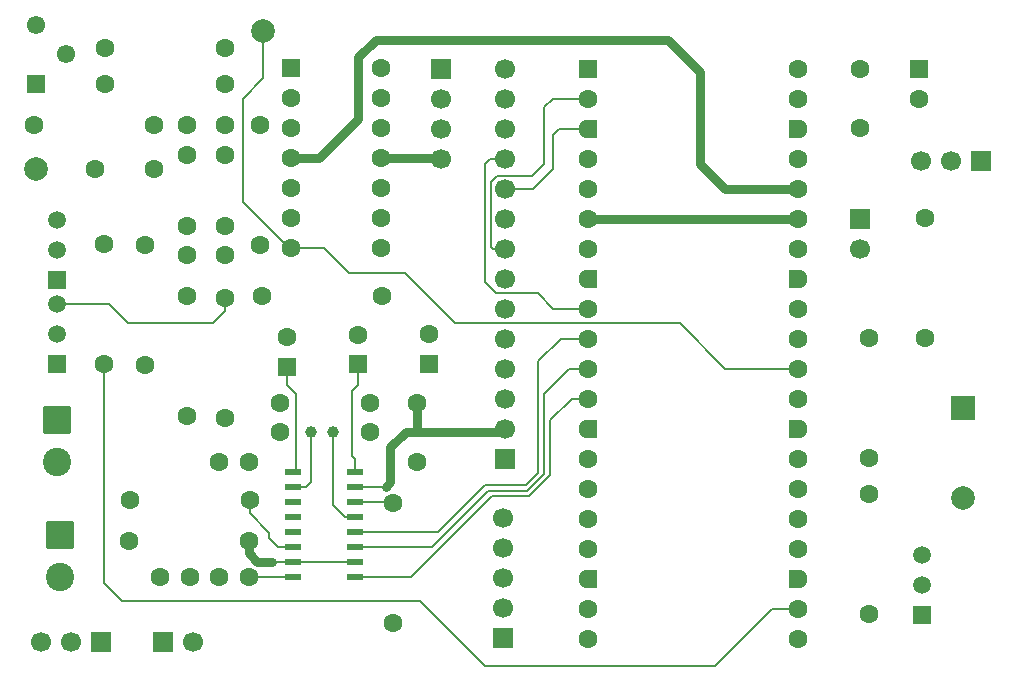
<source format=gbr>
%TF.GenerationSoftware,KiCad,Pcbnew,9.0.7*%
%TF.CreationDate,2026-01-28T19:42:25+01:00*%
%TF.ProjectId,pico-radio-9-k_toldalas,7069636f-2d72-4616-9469-6f2d392d6be9,rev?*%
%TF.SameCoordinates,Original*%
%TF.FileFunction,Copper,L1,Top*%
%TF.FilePolarity,Positive*%
%FSLAX46Y46*%
G04 Gerber Fmt 4.6, Leading zero omitted, Abs format (unit mm)*
G04 Created by KiCad (PCBNEW 9.0.7) date 2026-01-28 19:42:25*
%MOMM*%
%LPD*%
G01*
G04 APERTURE LIST*
G04 Aperture macros list*
%AMRoundRect*
0 Rectangle with rounded corners*
0 $1 Rounding radius*
0 $2 $3 $4 $5 $6 $7 $8 $9 X,Y pos of 4 corners*
0 Add a 4 corners polygon primitive as box body*
4,1,4,$2,$3,$4,$5,$6,$7,$8,$9,$2,$3,0*
0 Add four circle primitives for the rounded corners*
1,1,$1+$1,$2,$3*
1,1,$1+$1,$4,$5*
1,1,$1+$1,$6,$7*
1,1,$1+$1,$8,$9*
0 Add four rect primitives between the rounded corners*
20,1,$1+$1,$2,$3,$4,$5,0*
20,1,$1+$1,$4,$5,$6,$7,0*
20,1,$1+$1,$6,$7,$8,$9,0*
20,1,$1+$1,$8,$9,$2,$3,0*%
%AMFreePoly0*
4,1,37,0.603843,0.796157,0.639018,0.796157,0.711114,0.766294,0.766294,0.711114,0.796157,0.639018,0.796157,0.603843,0.800000,0.600000,0.800000,-0.600000,0.796157,-0.603843,0.796157,-0.639018,0.766294,-0.711114,0.711114,-0.766294,0.639018,-0.796157,0.603843,-0.796157,0.600000,-0.800000,0.000000,-0.800000,0.000000,-0.796148,-0.078414,-0.796148,-0.232228,-0.765552,-0.377117,-0.705537,
-0.507515,-0.618408,-0.618408,-0.507515,-0.705537,-0.377117,-0.765552,-0.232228,-0.796148,-0.078414,-0.796148,0.078414,-0.765552,0.232228,-0.705537,0.377117,-0.618408,0.507515,-0.507515,0.618408,-0.377117,0.705537,-0.232228,0.765552,-0.078414,0.796148,0.000000,0.796148,0.000000,0.800000,0.600000,0.800000,0.603843,0.796157,0.603843,0.796157,$1*%
%AMFreePoly1*
4,1,37,0.000000,0.796148,0.078414,0.796148,0.232228,0.765552,0.377117,0.705537,0.507515,0.618408,0.618408,0.507515,0.705537,0.377117,0.765552,0.232228,0.796148,0.078414,0.796148,-0.078414,0.765552,-0.232228,0.705537,-0.377117,0.618408,-0.507515,0.507515,-0.618408,0.377117,-0.705537,0.232228,-0.765552,0.078414,-0.796148,0.000000,-0.796148,0.000000,-0.800000,-0.600000,-0.800000,
-0.603843,-0.796157,-0.639018,-0.796157,-0.711114,-0.766294,-0.766294,-0.711114,-0.796157,-0.639018,-0.796157,-0.603843,-0.800000,-0.600000,-0.800000,0.600000,-0.796157,0.603843,-0.796157,0.639018,-0.766294,0.711114,-0.711114,0.766294,-0.639018,0.796157,-0.603843,0.796157,-0.600000,0.800000,0.000000,0.800000,0.000000,0.796148,0.000000,0.796148,$1*%
G04 Aperture macros list end*
%TA.AperFunction,ComponentPad*%
%ADD10RoundRect,0.200000X-0.600000X-0.600000X0.600000X-0.600000X0.600000X0.600000X-0.600000X0.600000X0*%
%TD*%
%TA.AperFunction,ComponentPad*%
%ADD11C,1.600000*%
%TD*%
%TA.AperFunction,ComponentPad*%
%ADD12FreePoly0,0.000000*%
%TD*%
%TA.AperFunction,ComponentPad*%
%ADD13FreePoly1,0.000000*%
%TD*%
%TA.AperFunction,ComponentPad*%
%ADD14R,1.700000X1.700000*%
%TD*%
%TA.AperFunction,ComponentPad*%
%ADD15C,1.700000*%
%TD*%
%TA.AperFunction,ComponentPad*%
%ADD16RoundRect,0.250000X0.550000X-0.550000X0.550000X0.550000X-0.550000X0.550000X-0.550000X-0.550000X0*%
%TD*%
%TA.AperFunction,ComponentPad*%
%ADD17R,1.500000X1.500000*%
%TD*%
%TA.AperFunction,ComponentPad*%
%ADD18C,1.500000*%
%TD*%
%TA.AperFunction,ComponentPad*%
%ADD19R,2.000000X2.000000*%
%TD*%
%TA.AperFunction,ComponentPad*%
%ADD20C,2.000000*%
%TD*%
%TA.AperFunction,ComponentPad*%
%ADD21R,1.550000X1.550000*%
%TD*%
%TA.AperFunction,ComponentPad*%
%ADD22C,1.550000*%
%TD*%
%TA.AperFunction,SMDPad,CuDef*%
%ADD23R,1.397000X0.558800*%
%TD*%
%TA.AperFunction,ComponentPad*%
%ADD24RoundRect,0.250000X-0.550000X-0.550000X0.550000X-0.550000X0.550000X0.550000X-0.550000X0.550000X0*%
%TD*%
%TA.AperFunction,ComponentPad*%
%ADD25RoundRect,0.250001X-0.949999X0.949999X-0.949999X-0.949999X0.949999X-0.949999X0.949999X0.949999X0*%
%TD*%
%TA.AperFunction,ComponentPad*%
%ADD26C,2.400000*%
%TD*%
%TA.AperFunction,ComponentPad*%
%ADD27RoundRect,0.250000X-0.550000X0.550000X-0.550000X-0.550000X0.550000X-0.550000X0.550000X0.550000X0*%
%TD*%
%TA.AperFunction,ComponentPad*%
%ADD28C,1.000000*%
%TD*%
%TA.AperFunction,Conductor*%
%ADD29C,0.800000*%
%TD*%
%TA.AperFunction,Conductor*%
%ADD30C,0.200000*%
%TD*%
G04 APERTURE END LIST*
D10*
%TO.P,A1,1,GPIO0*%
%TO.N,/SDO*%
X101970000Y-35210000D03*
D11*
%TO.P,A1,2,GPIO1*%
%TO.N,/LED*%
X101970000Y-37750000D03*
D12*
%TO.P,A1,3,GPIO2*%
%TO.N,/SCK*%
X101970000Y-40290000D03*
D11*
%TO.P,A1,4,GPIO3*%
%TO.N,/SDI*%
X101970000Y-42830000D03*
%TO.P,A1,5,GPIO4*%
%TO.N,/DC*%
X101970000Y-45370000D03*
%TO.P,A1,6,GND*%
%TO.N,GND*%
X101970000Y-47910000D03*
%TO.P,A1,7,GPIO5*%
%TO.N,/RST*%
X101970000Y-50450000D03*
D12*
%TO.P,A1,8,GPIO6*%
%TO.N,/CS*%
X101970000Y-52990000D03*
D11*
%TO.P,A1,9,GPIO7*%
%TO.N,/T_CS*%
X101970000Y-55530000D03*
%TO.P,A1,10,GPIO8*%
%TO.N,/Si_SDA*%
X101970000Y-58070000D03*
%TO.P,A1,11,GPIO9*%
%TO.N,/Si_SCL*%
X101970000Y-60610000D03*
%TO.P,A1,12,GPIO10*%
%TO.N,/Si_RST*%
X101970000Y-63150000D03*
D12*
%TO.P,A1,13,GPIO11*%
%TO.N,unconnected-(A1-GPIO11-Pad13)*%
X101970000Y-65690000D03*
D11*
%TO.P,A1,14,GPIO12*%
%TO.N,unconnected-(A1-GPIO12-Pad14)*%
X101970000Y-68230000D03*
%TO.P,A1,15,GND*%
%TO.N,GND*%
X101970000Y-70770000D03*
%TO.P,A1,16,GPIO13*%
%TO.N,unconnected-(A1-GPIO13-Pad16)*%
X101970000Y-73310000D03*
%TO.P,A1,17,GPIO14*%
%TO.N,unconnected-(A1-GPIO14-Pad17)*%
X101970000Y-75850000D03*
D12*
%TO.P,A1,18,GPIO15*%
%TO.N,unconnected-(A1-GPIO15-Pad18)*%
X101970000Y-78390000D03*
D11*
%TO.P,A1,19,GPIO16*%
%TO.N,ROT_DT*%
X101970000Y-80930000D03*
%TO.P,A1,20,GPIO17*%
%TO.N,ROT_CLK*%
X101970000Y-83470000D03*
%TO.P,A1,21,GPIO18*%
%TO.N,ROT_SW*%
X119750000Y-83470000D03*
%TO.P,A1,22,GPIO19*%
%TO.N,AUDIO_MUTE*%
X119750000Y-80930000D03*
D13*
%TO.P,A1,23,GPIO20*%
%TO.N,BUZZER*%
X119750000Y-78390000D03*
D11*
%TO.P,A1,24,GPIO21*%
%TO.N,unconnected-(A1-GPIO21-Pad24)*%
X119750000Y-75850000D03*
%TO.P,A1,25,GPIO22*%
%TO.N,unconnected-(A1-GPIO22-Pad25)*%
X119750000Y-73310000D03*
%TO.P,A1,26,GPIO23*%
%TO.N,unconnected-(A1-GPIO23-Pad26)*%
X119750000Y-70770000D03*
%TO.P,A1,27,GPIO24*%
%TO.N,unconnected-(A1-GPIO24-Pad27)*%
X119750000Y-68230000D03*
D13*
%TO.P,A1,28,GPIO25*%
%TO.N,unconnected-(A1-GPIO25-Pad28)*%
X119750000Y-65690000D03*
D11*
%TO.P,A1,29,AGND*%
%TO.N,GND*%
X119750000Y-63150000D03*
%TO.P,A1,30,GPIO26_ADC0*%
%TO.N,AD_FFT_AUDIO*%
X119750000Y-60610000D03*
%TO.P,A1,31,GPIO27_ADC1*%
%TO.N,Net-(A1-GPIO27_ADC1)*%
X119750000Y-58070000D03*
%TO.P,A1,32,GPIO28_ADC2*%
%TO.N,unconnected-(A1-GPIO28_ADC2-Pad32)*%
X119750000Y-55530000D03*
D13*
%TO.P,A1,33,GPIO29_ADC3*%
%TO.N,unconnected-(A1-GPIO29_ADC3-Pad33)*%
X119750000Y-52990000D03*
D11*
%TO.P,A1,34,RUN*%
%TO.N,Net-(A1-RUN)*%
X119750000Y-50450000D03*
%TO.P,A1,35,GND*%
%TO.N,GND*%
X119750000Y-47910000D03*
%TO.P,A1,36,3V3*%
%TO.N,+3.3V*%
X119750000Y-45370000D03*
%TO.P,A1,37,3V3_EN*%
%TO.N,unconnected-(A1-3V3_EN-Pad37)*%
X119750000Y-42830000D03*
D13*
%TO.P,A1,38,GND*%
%TO.N,GND*%
X119750000Y-40290000D03*
D11*
%TO.P,A1,39,VSYS*%
%TO.N,+Vsys*%
X119750000Y-37750000D03*
%TO.P,A1,40,VBUS*%
%TO.N,unconnected-(A1-VBUS-Pad40)*%
X119750000Y-35210000D03*
%TD*%
%TO.P,C12,1*%
%TO.N,+Vsys*%
X125000000Y-35250000D03*
%TO.P,C12,2*%
%TO.N,GND*%
X125000000Y-40250000D03*
%TD*%
%TO.P,R6,1*%
%TO.N,Net-(U3B--)*%
X65250000Y-40000000D03*
%TO.P,R6,2*%
%TO.N,Net-(C7-Pad1)*%
X55090000Y-40000000D03*
%TD*%
%TO.P,C1,1*%
%TO.N,Net-(U1-FMI)*%
X73250000Y-68490000D03*
%TO.P,C1,2*%
%TO.N,Net-(J1-Pin_2)*%
X70750000Y-68490000D03*
%TD*%
D14*
%TO.P,U2,1,VCC*%
%TO.N,+3.3V*%
X95000000Y-68290000D03*
D15*
%TO.P,U2,2,GND*%
%TO.N,GND*%
X95000000Y-65750000D03*
%TO.P,U2,3,CS*%
%TO.N,/CS*%
X95000000Y-63210000D03*
%TO.P,U2,4,RESET*%
%TO.N,/RST*%
X95000000Y-60670000D03*
%TO.P,U2,5,DC/RS*%
%TO.N,/DC*%
X95000000Y-58130000D03*
%TO.P,U2,6,SDI/MOSI*%
%TO.N,/SDI*%
X95000000Y-55590000D03*
%TO.P,U2,7,SCK*%
%TO.N,/SCK*%
X95000000Y-53050000D03*
%TO.P,U2,8,LED*%
%TO.N,/LED*%
X95000000Y-50510000D03*
%TO.P,U2,9,SDO/MISO*%
%TO.N,unconnected-(U2-SDO{slash}MISO-Pad9)*%
X95000000Y-47970000D03*
%TO.P,U2,10,T_CLK*%
%TO.N,/SCK*%
X95000000Y-45430000D03*
%TO.P,U2,11,T_CS*%
%TO.N,/T_CS*%
X95000000Y-42890000D03*
%TO.P,U2,12,T_DIN*%
%TO.N,/SDI*%
X95000000Y-40350000D03*
%TO.P,U2,13,T_DO*%
%TO.N,/SDO*%
X95000000Y-37810000D03*
%TO.P,U2,14,T_IRQ*%
%TO.N,unconnected-(U2-T_IRQ-Pad14)*%
X95000000Y-35270000D03*
%TD*%
D11*
%TO.P,C14,1*%
%TO.N,Net-(C14-Pad1)*%
X71250000Y-48500000D03*
%TO.P,C14,2*%
%TO.N,AUDIO_L*%
X71250000Y-51000000D03*
%TD*%
D16*
%TO.P,C5,1*%
%TO.N,Net-(U1-LOUT{slash}DFS)*%
X76500000Y-60445113D03*
D11*
%TO.P,C5,2*%
%TO.N,AUDIO_L*%
X76500000Y-57945113D03*
%TD*%
%TO.P,R10,1*%
%TO.N,GND*%
X71250000Y-33500000D03*
%TO.P,R10,2*%
%TO.N,Net-(U3B-+)*%
X61090000Y-33500000D03*
%TD*%
%TO.P,C3,1*%
%TO.N,Net-(U1-AMI)*%
X73250000Y-78240000D03*
%TO.P,C3,2*%
%TO.N,Net-(J3-Pin_2)*%
X70750000Y-78240000D03*
%TD*%
%TO.P,R4,1*%
%TO.N,GND*%
X71250000Y-64750000D03*
%TO.P,R4,2*%
%TO.N,AUDIO_L*%
X71250000Y-54590000D03*
%TD*%
%TO.P,R2,1*%
%TO.N,AUDIO_MUTE*%
X64500000Y-60330000D03*
%TO.P,R2,2*%
%TO.N,Net-(Q2-B)*%
X64500000Y-50170000D03*
%TD*%
D17*
%TO.P,Q2,1,E*%
%TO.N,GND*%
X57000000Y-60250000D03*
D18*
%TO.P,Q2,2,B*%
%TO.N,Net-(Q2-B)*%
X57000000Y-57710000D03*
%TO.P,Q2,3,C*%
%TO.N,AUDIO_L*%
X57000000Y-55170000D03*
%TD*%
D19*
%TO.P,BZ1,1,+*%
%TO.N,+Vsys*%
X133750000Y-63950000D03*
D20*
%TO.P,BZ1,2,-*%
%TO.N,Net-(BZ1--)*%
X133750000Y-71550000D03*
%TD*%
D11*
%TO.P,R13,1*%
%TO.N,Net-(A1-GPIO27_ADC1)*%
X125750000Y-58000000D03*
%TO.P,R13,2*%
%TO.N,GND*%
X125750000Y-68160000D03*
%TD*%
%TO.P,R12,1*%
%TO.N,+Vsys*%
X130500000Y-47840000D03*
%TO.P,R12,2*%
%TO.N,Net-(A1-GPIO27_ADC1)*%
X130500000Y-58000000D03*
%TD*%
D14*
%TO.P,J6,1,Pin_1*%
%TO.N,ROT_CLK*%
X94750000Y-83410000D03*
D15*
%TO.P,J6,2,Pin_2*%
%TO.N,ROT_DT*%
X94750000Y-80870000D03*
%TO.P,J6,3,Pin_3*%
%TO.N,ROT_SW*%
X94750000Y-78330000D03*
%TO.P,J6,4,Pin_4*%
%TO.N,+3.3V*%
X94750000Y-75790000D03*
%TO.P,J6,5,Pin_5*%
%TO.N,GND*%
X94750000Y-73250000D03*
%TD*%
D14*
%TO.P,J5,1,Pin_1*%
%TO.N,GND*%
X135250000Y-43000000D03*
D15*
%TO.P,J5,2,Pin_2*%
%TO.N,+Vsys*%
X132710000Y-43000000D03*
%TO.P,J5,3,Pin_3*%
%TO.N,GND*%
X130170000Y-43000000D03*
%TD*%
D17*
%TO.P,Q1,1,E*%
%TO.N,GND*%
X57000000Y-53080000D03*
D18*
%TO.P,Q1,2,B*%
%TO.N,Net-(Q1-B)*%
X57000000Y-50540000D03*
%TO.P,Q1,3,C*%
%TO.N,AUDIO_R*%
X57000000Y-48000000D03*
%TD*%
D11*
%TO.P,C13,1*%
%TO.N,Net-(C13-Pad1)*%
X68000000Y-48500000D03*
%TO.P,C13,2*%
%TO.N,AUDIO_R*%
X68000000Y-51000000D03*
%TD*%
D21*
%TO.P,RV1,1,1*%
%TO.N,Net-(R11-Pad1)*%
X55250000Y-36500000D03*
D22*
%TO.P,RV1,2,2*%
%TO.N,AD_FFT_AUDIO*%
X57750000Y-34000000D03*
%TO.P,RV1,3,3*%
X55250000Y-31500000D03*
%TD*%
D11*
%TO.P,R3,1*%
%TO.N,GND*%
X68000000Y-64660000D03*
%TO.P,R3,2*%
%TO.N,AUDIO_R*%
X68000000Y-54500000D03*
%TD*%
D14*
%TO.P,J3,1,Pin_1*%
%TO.N,Net-(J3-Pin_1)*%
X60750000Y-83740000D03*
D15*
%TO.P,J3,2,Pin_2*%
%TO.N,Net-(J3-Pin_2)*%
X58210000Y-83740000D03*
%TO.P,J3,3,Pin_3*%
%TO.N,Net-(J3-Pin_3)*%
X55670000Y-83740000D03*
%TD*%
D14*
%TO.P,J4,1,Pin_1*%
%TO.N,+Vsys*%
X89500000Y-35250000D03*
D15*
%TO.P,J4,2,Pin_2*%
%TO.N,AUDIO_L*%
X89500000Y-37790000D03*
%TO.P,J4,3,Pin_3*%
%TO.N,AUDIO_R*%
X89500000Y-40330000D03*
%TO.P,J4,4,Pin_4*%
%TO.N,GND*%
X89500000Y-42870000D03*
%TD*%
D14*
%TO.P,L2,1,1*%
%TO.N,Net-(J3-Pin_1)*%
X66000000Y-83740000D03*
D15*
%TO.P,L2,2,2*%
%TO.N,GND*%
X68540000Y-83740000D03*
%TD*%
D16*
%TO.P,C10,1*%
%TO.N,Net-(U1-VDD)*%
X88500000Y-60195113D03*
D11*
%TO.P,C10,2*%
%TO.N,GND*%
X88500000Y-57695113D03*
%TD*%
%TO.P,C9,1*%
%TO.N,GND*%
X87500000Y-63490000D03*
%TO.P,C9,2*%
%TO.N,Net-(U1-VDD)*%
X87500000Y-68490000D03*
%TD*%
%TO.P,R7,1*%
%TO.N,Net-(U3B--)*%
X71250000Y-40000000D03*
%TO.P,R7,2*%
%TO.N,Net-(C14-Pad1)*%
X71250000Y-42540000D03*
%TD*%
%TO.P,R14,1*%
%TO.N,BUZZER*%
X125750000Y-81410000D03*
%TO.P,R14,2*%
%TO.N,Net-(Q3-B)*%
X125750000Y-71250000D03*
%TD*%
%TO.P,L3,1,1*%
%TO.N,GND*%
X63170000Y-71740000D03*
%TO.P,L3,2,2*%
%TO.N,Net-(U1-FMI)*%
X73330000Y-71740000D03*
%TD*%
%TO.P,L1,1,1*%
%TO.N,Net-(J3-Pin_3)*%
X63090000Y-75240000D03*
%TO.P,L1,2,2*%
%TO.N,GND*%
X73250000Y-75240000D03*
%TD*%
%TO.P,L4,1,1*%
%TO.N,Net-(U1-VDD)*%
X85500000Y-71990000D03*
%TO.P,L4,2,2*%
%TO.N,+3.3V*%
X85500000Y-82150000D03*
%TD*%
D23*
%TO.P,U1,1,LOUT/DFS*%
%TO.N,Net-(U1-LOUT{slash}DFS)*%
X76991400Y-69340000D03*
%TO.P,U1,2,GPO3/DCLK*%
%TO.N,Net-(U1-GPO3{slash}DCLK)*%
X76991400Y-70610000D03*
%TO.P,U1,3,GPO2/INTB*%
%TO.N,unconnected-(U1-GPO2{slash}INTB-Pad3)*%
X76991400Y-71880000D03*
%TO.P,U1,4,GPO1*%
%TO.N,unconnected-(U1-GPO1-Pad4)*%
X76991400Y-73150000D03*
%TO.P,U1,5,NC*%
%TO.N,unconnected-(U1-NC-Pad5)*%
X76991400Y-74420000D03*
%TO.P,U1,6,FMI*%
%TO.N,Net-(U1-FMI)*%
X76991400Y-75690000D03*
%TO.P,U1,7,RFGND*%
%TO.N,GND*%
X76991400Y-76960000D03*
%TO.P,U1,8,AMI*%
%TO.N,Net-(U1-AMI)*%
X76991400Y-78230000D03*
%TO.P,U1,9,\u002ARST*%
%TO.N,/Si_RST*%
X82300000Y-78230000D03*
%TO.P,U1,10,SENB*%
%TO.N,GND*%
X82300000Y-76960000D03*
%TO.P,U1,11,SCLK*%
%TO.N,/Si_SCL*%
X82300000Y-75690000D03*
%TO.P,U1,12,SDIO*%
%TO.N,/Si_SDA*%
X82300000Y-74420000D03*
%TO.P,U1,13,RCLK*%
%TO.N,Net-(U1-RCLK)*%
X82300000Y-73150000D03*
%TO.P,U1,14,VDD*%
%TO.N,Net-(U1-VDD)*%
X82300000Y-71880000D03*
%TO.P,U1,15,GND*%
%TO.N,GND*%
X82300000Y-70610000D03*
%TO.P,U1,16,ROUT/DOUT*%
%TO.N,Net-(U1-ROUT{slash}DOUT)*%
X82300000Y-69340000D03*
%TD*%
D24*
%TO.P,U3,1*%
%TO.N,N/C*%
X76880000Y-35170000D03*
D11*
%TO.P,U3,2*%
X76880000Y-37710000D03*
%TO.P,U3,3*%
X76880000Y-40250000D03*
%TO.P,U3,4,V+*%
%TO.N,+3.3V*%
X76880000Y-42790000D03*
%TO.P,U3,5,+*%
%TO.N,Net-(U3B-+)*%
X76880000Y-45330000D03*
%TO.P,U3,6,-*%
%TO.N,Net-(U3B--)*%
X76880000Y-47870000D03*
%TO.P,U3,7*%
%TO.N,AD_FFT_AUDIO*%
X76880000Y-50410000D03*
%TO.P,U3,8*%
%TO.N,N/C*%
X84500000Y-50410000D03*
%TO.P,U3,9*%
X84500000Y-47870000D03*
%TO.P,U3,10*%
X84500000Y-45330000D03*
%TO.P,U3,11,V-*%
%TO.N,GND*%
X84500000Y-42790000D03*
%TO.P,U3,12*%
%TO.N,N/C*%
X84500000Y-40250000D03*
%TO.P,U3,13*%
X84500000Y-37710000D03*
%TO.P,U3,14*%
X84500000Y-35170000D03*
%TD*%
D20*
%TO.P,TP2,1,1*%
%TO.N,AD_FFT_AUDIO*%
X74500000Y-32000000D03*
%TD*%
D11*
%TO.P,C6,1*%
%TO.N,Net-(U1-GPO3{slash}DCLK)*%
X75900000Y-65990000D03*
%TO.P,C6,2*%
%TO.N,GND*%
X75900000Y-63490000D03*
%TD*%
%TO.P,R9,1*%
%TO.N,Net-(U3B-+)*%
X74420000Y-54500000D03*
%TO.P,R9,2*%
%TO.N,+3.3V*%
X84580000Y-54500000D03*
%TD*%
%TO.P,R8,1*%
%TO.N,Net-(U3B-+)*%
X74250000Y-40000000D03*
%TO.P,R8,2*%
%TO.N,Net-(U3B--)*%
X74250000Y-50160000D03*
%TD*%
D25*
%TO.P,J1,1,Pin_1*%
%TO.N,GND*%
X57000000Y-64990000D03*
D26*
%TO.P,J1,2,Pin_2*%
%TO.N,Net-(J1-Pin_2)*%
X57000000Y-68490000D03*
%TD*%
D14*
%TO.P,SW1,1,1*%
%TO.N,GND*%
X125000000Y-47975000D03*
D15*
%TO.P,SW1,2,2*%
%TO.N,Net-(A1-RUN)*%
X125000000Y-50515000D03*
%TD*%
D11*
%TO.P,R1,1*%
%TO.N,AUDIO_MUTE*%
X61000000Y-60250000D03*
%TO.P,R1,2*%
%TO.N,Net-(Q1-B)*%
X61000000Y-50090000D03*
%TD*%
D27*
%TO.P,C11,1*%
%TO.N,+Vsys*%
X130000000Y-35250000D03*
D11*
%TO.P,C11,2*%
%TO.N,GND*%
X130000000Y-37750000D03*
%TD*%
D20*
%TO.P,TP1,1,1*%
%TO.N,Net-(C7-Pad2)*%
X55250000Y-43750000D03*
%TD*%
D11*
%TO.P,R11,1*%
%TO.N,Net-(R11-Pad1)*%
X61090000Y-36500000D03*
%TO.P,R11,2*%
%TO.N,Net-(U3B--)*%
X71250000Y-36500000D03*
%TD*%
%TO.P,C7,1*%
%TO.N,Net-(C7-Pad1)*%
X65250000Y-43750000D03*
%TO.P,C7,2*%
%TO.N,Net-(C7-Pad2)*%
X60250000Y-43750000D03*
%TD*%
%TO.P,R5,1*%
%TO.N,Net-(U3B--)*%
X68000000Y-40000000D03*
%TO.P,R5,2*%
%TO.N,Net-(C13-Pad1)*%
X68000000Y-42540000D03*
%TD*%
D17*
%TO.P,Q3,1,E*%
%TO.N,GND*%
X130250000Y-81500000D03*
D18*
%TO.P,Q3,2,B*%
%TO.N,Net-(Q3-B)*%
X130250000Y-78960000D03*
%TO.P,Q3,3,C*%
%TO.N,Net-(BZ1--)*%
X130250000Y-76420000D03*
%TD*%
D28*
%TO.P,Y1,1,1*%
%TO.N,Net-(U1-RCLK)*%
X80400000Y-65990000D03*
%TO.P,Y1,2,2*%
%TO.N,Net-(U1-GPO3{slash}DCLK)*%
X78500000Y-65990000D03*
%TD*%
D11*
%TO.P,C8,1*%
%TO.N,GND*%
X83500000Y-63490000D03*
%TO.P,C8,2*%
%TO.N,Net-(U1-RCLK)*%
X83500000Y-65990000D03*
%TD*%
%TO.P,C2,1*%
%TO.N,Net-(J2-Pin_2)*%
X65750000Y-78240000D03*
%TO.P,C2,2*%
%TO.N,Net-(J3-Pin_2)*%
X68250000Y-78240000D03*
%TD*%
D25*
%TO.P,J2,1,Pin_1*%
%TO.N,GND*%
X57250000Y-74740000D03*
D26*
%TO.P,J2,2,Pin_2*%
%TO.N,Net-(J2-Pin_2)*%
X57250000Y-78240000D03*
%TD*%
D16*
%TO.P,C4,1*%
%TO.N,Net-(U1-ROUT{slash}DOUT)*%
X82500000Y-60240000D03*
D11*
%TO.P,C4,2*%
%TO.N,AUDIO_R*%
X82500000Y-57740000D03*
%TD*%
D29*
%TO.N,+3.3V*%
X84000000Y-32750000D02*
X108750000Y-32750000D01*
X76880000Y-42790000D02*
X79210000Y-42790000D01*
X108750000Y-32750000D02*
X111500000Y-35500000D01*
X82500000Y-39500000D02*
X82500000Y-34250000D01*
X113620000Y-45370000D02*
X119750000Y-45370000D01*
X111500000Y-35500000D02*
X111500000Y-43250000D01*
X79210000Y-42790000D02*
X82500000Y-39500000D01*
X82500000Y-34250000D02*
X84000000Y-32750000D01*
X111500000Y-43250000D02*
X113620000Y-45370000D01*
D30*
%TO.N,GND*%
X76991400Y-76960000D02*
X75210000Y-76960000D01*
D29*
X73250000Y-76240000D02*
X73250000Y-75240000D01*
X73970000Y-76960000D02*
X73250000Y-76240000D01*
D30*
X82300000Y-70610000D02*
X84880000Y-70610000D01*
D29*
X119750000Y-47910000D02*
X101970000Y-47910000D01*
X89420000Y-42790000D02*
X89500000Y-42870000D01*
X85250000Y-70240000D02*
X85250000Y-67250000D01*
X73970000Y-76960000D02*
X75210000Y-76960000D01*
X85250000Y-67250000D02*
X86550000Y-65950000D01*
X95000000Y-65950000D02*
X87700000Y-65950000D01*
X73280000Y-75210000D02*
X73250000Y-75240000D01*
X84500000Y-42790000D02*
X89420000Y-42790000D01*
X87500000Y-65950000D02*
X87500000Y-63490000D01*
X87700000Y-65950000D02*
X87500000Y-65950000D01*
X86550000Y-65950000D02*
X87700000Y-65950000D01*
X84880000Y-70610000D02*
X85250000Y-70240000D01*
D30*
X76991400Y-76960000D02*
X82300000Y-76960000D01*
%TO.N,/T_CS*%
X97750000Y-54250000D02*
X99030000Y-55530000D01*
X94210000Y-54250000D02*
X97750000Y-54250000D01*
X99030000Y-55530000D02*
X101970000Y-55530000D01*
X95000000Y-42890000D02*
X93650000Y-42890000D01*
X93250000Y-53290000D02*
X94210000Y-54250000D01*
X93250000Y-43290000D02*
X93250000Y-53290000D01*
X93650000Y-42890000D02*
X93250000Y-43290000D01*
%TO.N,AD_FFT_AUDIO*%
X109750000Y-56750000D02*
X90750000Y-56750000D01*
X113610000Y-60610000D02*
X109750000Y-56750000D01*
X119750000Y-60610000D02*
X113610000Y-60610000D01*
X81750000Y-52500000D02*
X79660000Y-50410000D01*
X74500000Y-36000000D02*
X74500000Y-32000000D01*
X86500000Y-52500000D02*
X81750000Y-52500000D01*
X79660000Y-50410000D02*
X76880000Y-50410000D01*
X76880000Y-50410000D02*
X76645000Y-50410000D01*
X72750000Y-46515000D02*
X72750000Y-37750000D01*
X72750000Y-37750000D02*
X74500000Y-36000000D01*
X90750000Y-56750000D02*
X86500000Y-52500000D01*
X76645000Y-50410000D02*
X72750000Y-46515000D01*
%TO.N,/SCK*%
X97320000Y-45430000D02*
X99000000Y-43750000D01*
X99000000Y-40790000D02*
X99500000Y-40290000D01*
X99000000Y-43750000D02*
X99000000Y-40790000D01*
X99500000Y-40290000D02*
X101970000Y-40290000D01*
X95000000Y-45430000D02*
X97320000Y-45430000D01*
%TO.N,AUDIO_MUTE*%
X112750000Y-85750000D02*
X93250000Y-85750000D01*
X87750000Y-80250000D02*
X62500000Y-80250000D01*
X119750000Y-80930000D02*
X117570000Y-80930000D01*
X93250000Y-85750000D02*
X87750000Y-80250000D01*
X117570000Y-80930000D02*
X112750000Y-85750000D01*
X62500000Y-80250000D02*
X61000000Y-78750000D01*
X61000000Y-78750000D02*
X61000000Y-60250000D01*
%TO.N,Net-(U1-GPO3{slash}DCLK)*%
X78500000Y-70240000D02*
X78500000Y-65990000D01*
X78130000Y-70610000D02*
X78500000Y-70240000D01*
X76991400Y-70610000D02*
X78130000Y-70610000D01*
%TO.N,Net-(U1-RCLK)*%
X81880900Y-73150000D02*
X81790900Y-73240000D01*
X80400000Y-72150000D02*
X80400000Y-65990000D01*
X82300000Y-73150000D02*
X81410000Y-73150000D01*
X81000000Y-72750000D02*
X80400000Y-72150000D01*
X81010000Y-72750000D02*
X81000000Y-72750000D01*
X81410000Y-73150000D02*
X81010000Y-72750000D01*
X82300000Y-73150000D02*
X81880900Y-73150000D01*
%TO.N,Net-(U1-ROUT{slash}DOUT)*%
X82500000Y-61990000D02*
X82500000Y-60240000D01*
X82300000Y-69340000D02*
X82300000Y-68290000D01*
X82300000Y-68290000D02*
X82000000Y-67990000D01*
X82000000Y-62490000D02*
X82500000Y-61990000D01*
X82000000Y-67990000D02*
X82000000Y-62490000D01*
%TO.N,Net-(U1-LOUT{slash}DFS)*%
X77250000Y-62740000D02*
X76500000Y-61990000D01*
X76500000Y-61990000D02*
X76500000Y-60445113D01*
X77250000Y-69081400D02*
X77250000Y-62740000D01*
X76991400Y-69340000D02*
X77250000Y-69081400D01*
%TO.N,AUDIO_L*%
X61420000Y-55170000D02*
X57000000Y-55170000D01*
X63000000Y-56750000D02*
X61420000Y-55170000D01*
X71250000Y-54590000D02*
X71250000Y-55750000D01*
X70250000Y-56750000D02*
X63000000Y-56750000D01*
X71250000Y-55750000D02*
X70250000Y-56750000D01*
%TO.N,Net-(U1-FMI)*%
X75000000Y-74990000D02*
X75000000Y-74490000D01*
X73330000Y-72820000D02*
X73330000Y-71740000D01*
X75000000Y-74490000D02*
X73330000Y-72820000D01*
X76991400Y-75690000D02*
X75700000Y-75690000D01*
X75700000Y-75690000D02*
X75000000Y-74990000D01*
%TO.N,Net-(U1-AMI)*%
X73260000Y-78230000D02*
X73250000Y-78240000D01*
X74000000Y-78240000D02*
X73250000Y-78240000D01*
X76991400Y-78230000D02*
X73260000Y-78230000D01*
%TO.N,/Si_RST*%
X87010000Y-78230000D02*
X93839000Y-71401000D01*
X98750000Y-65000000D02*
X100600000Y-63150000D01*
X96973200Y-71401000D02*
X98750000Y-69624200D01*
X98750000Y-69624200D02*
X98750000Y-65000000D01*
X87010000Y-78230000D02*
X82300000Y-78230000D01*
X93839000Y-71401000D02*
X96973200Y-71401000D01*
X100600000Y-63150000D02*
X101970000Y-63150000D01*
%TO.N,/Si_SDA*%
X96740000Y-70500000D02*
X97750000Y-69490000D01*
X93240000Y-70500000D02*
X96740000Y-70500000D01*
X89320000Y-74420000D02*
X93240000Y-70500000D01*
X82300000Y-74420000D02*
X89320000Y-74420000D01*
X97750000Y-69490000D02*
X97750000Y-60000000D01*
X97750000Y-60000000D02*
X99680000Y-58070000D01*
X99680000Y-58070000D02*
X101970000Y-58070000D01*
%TO.N,/Si_SCL*%
X82300000Y-75690000D02*
X88800000Y-75690000D01*
X98250000Y-69557100D02*
X98250000Y-62750000D01*
X93490000Y-71000000D02*
X96807100Y-71000000D01*
X98250000Y-62750000D02*
X100390000Y-60610000D01*
X100390000Y-60610000D02*
X101970000Y-60610000D01*
X96807100Y-71000000D02*
X98250000Y-69557100D01*
X88800000Y-75690000D02*
X93490000Y-71000000D01*
%TO.N,/LED*%
X97221000Y-44279000D02*
X98250000Y-43250000D01*
X98250000Y-43250000D02*
X98250000Y-38500000D01*
X99000000Y-37750000D02*
X101970000Y-37750000D01*
X95000000Y-50510000D02*
X93970000Y-50510000D01*
X98250000Y-38500000D02*
X99000000Y-37750000D01*
X93750000Y-50290000D02*
X93750000Y-44790000D01*
X93970000Y-50510000D02*
X93750000Y-50290000D01*
X93750000Y-44790000D02*
X94261000Y-44279000D01*
X94261000Y-44279000D02*
X97221000Y-44279000D01*
%TO.N,Net-(U1-VDD)*%
X85360000Y-71880000D02*
X85500000Y-71740000D01*
X82300000Y-71880000D02*
X85360000Y-71880000D01*
%TD*%
M02*

</source>
